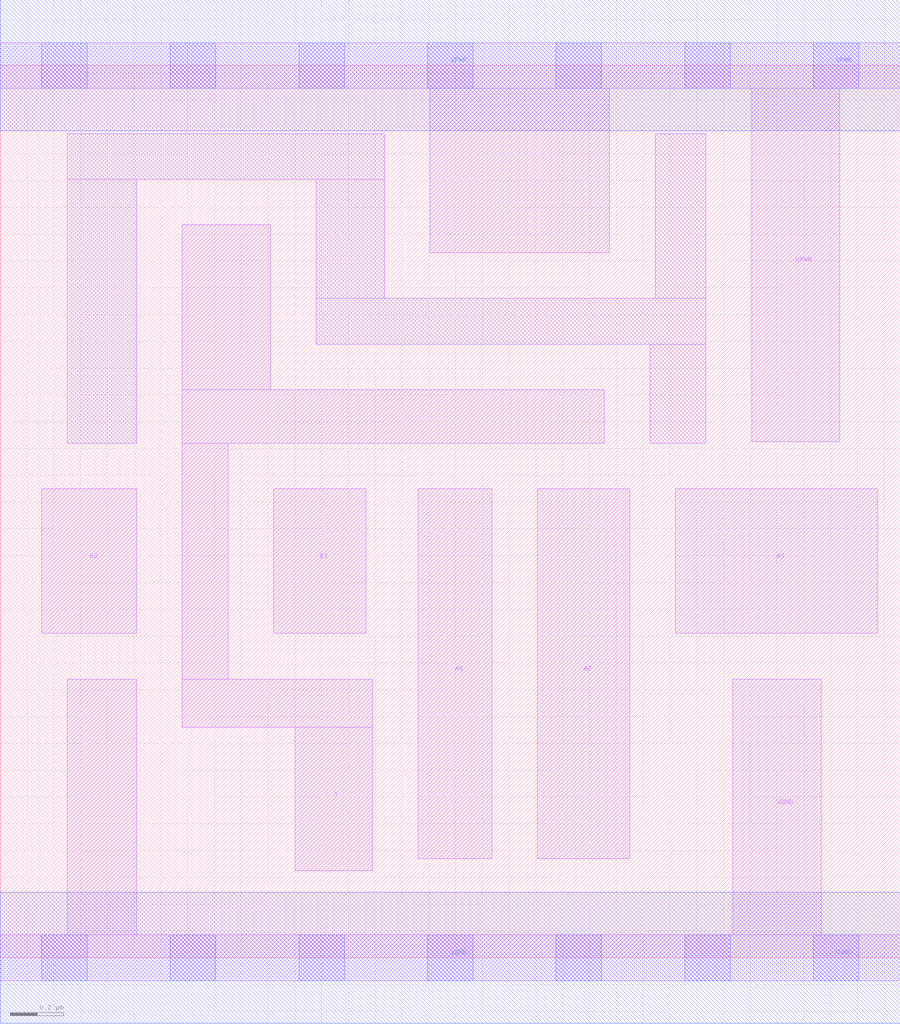
<source format=lef>
# Copyright 2020 The SkyWater PDK Authors
#
# Licensed under the Apache License, Version 2.0 (the "License");
# you may not use this file except in compliance with the License.
# You may obtain a copy of the License at
#
#     https://www.apache.org/licenses/LICENSE-2.0
#
# Unless required by applicable law or agreed to in writing, software
# distributed under the License is distributed on an "AS IS" BASIS,
# WITHOUT WARRANTIES OR CONDITIONS OF ANY KIND, either express or implied.
# See the License for the specific language governing permissions and
# limitations under the License.
#
# SPDX-License-Identifier: Apache-2.0

VERSION 5.7 ;
  NAMESCASESENSITIVE ON ;
  NOWIREEXTENSIONATPIN ON ;
  DIVIDERCHAR "/" ;
  BUSBITCHARS "[]" ;
UNITS
  DATABASE MICRONS 200 ;
END UNITS
MACRO sky130_fd_sc_lp__a32oi_1
  CLASS CORE ;
  SOURCE USER ;
  FOREIGN sky130_fd_sc_lp__a32oi_1 ;
  ORIGIN  0.000000  0.000000 ;
  SIZE  3.360000 BY  3.330000 ;
  SYMMETRY X Y R90 ;
  SITE unit ;
  PIN A1
    ANTENNAGATEAREA  0.315000 ;
    DIRECTION INPUT ;
    USE SIGNAL ;
    PORT
      LAYER li1 ;
        RECT 1.560000 0.370000 1.835000 1.750000 ;
    END
  END A1
  PIN A2
    ANTENNAGATEAREA  0.315000 ;
    DIRECTION INPUT ;
    USE SIGNAL ;
    PORT
      LAYER li1 ;
        RECT 2.005000 0.370000 2.350000 1.750000 ;
    END
  END A2
  PIN A3
    ANTENNAGATEAREA  0.315000 ;
    DIRECTION INPUT ;
    USE SIGNAL ;
    PORT
      LAYER li1 ;
        RECT 2.520000 1.210000 3.275000 1.750000 ;
    END
  END A3
  PIN B1
    ANTENNAGATEAREA  0.315000 ;
    DIRECTION INPUT ;
    USE SIGNAL ;
    PORT
      LAYER li1 ;
        RECT 1.020000 1.210000 1.365000 1.750000 ;
    END
  END B1
  PIN B2
    ANTENNAGATEAREA  0.315000 ;
    DIRECTION INPUT ;
    USE SIGNAL ;
    PORT
      LAYER li1 ;
        RECT 0.155000 1.210000 0.510000 1.750000 ;
    END
  END B2
  PIN Y
    ANTENNADIFFAREA  0.688800 ;
    DIRECTION OUTPUT ;
    USE SIGNAL ;
    PORT
      LAYER li1 ;
        RECT 0.680000 0.860000 1.390000 1.040000 ;
        RECT 0.680000 1.040000 0.850000 1.920000 ;
        RECT 0.680000 1.920000 2.255000 2.120000 ;
        RECT 0.680000 2.120000 1.010000 2.735000 ;
        RECT 1.100000 0.325000 1.390000 0.860000 ;
    END
  END Y
  PIN VGND
    DIRECTION INOUT ;
    USE GROUND ;
    PORT
      LAYER li1 ;
        RECT 0.000000 -0.085000 3.360000 0.085000 ;
        RECT 0.250000  0.085000 0.510000 1.040000 ;
        RECT 2.735000  0.085000 3.065000 1.040000 ;
      LAYER mcon ;
        RECT 0.155000 -0.085000 0.325000 0.085000 ;
        RECT 0.635000 -0.085000 0.805000 0.085000 ;
        RECT 1.115000 -0.085000 1.285000 0.085000 ;
        RECT 1.595000 -0.085000 1.765000 0.085000 ;
        RECT 2.075000 -0.085000 2.245000 0.085000 ;
        RECT 2.555000 -0.085000 2.725000 0.085000 ;
        RECT 3.035000 -0.085000 3.205000 0.085000 ;
      LAYER met1 ;
        RECT 0.000000 -0.245000 3.360000 0.245000 ;
    END
  END VGND
  PIN VPWR
    DIRECTION INOUT ;
    USE POWER ;
    PORT
      LAYER li1 ;
        RECT 0.000000 3.245000 3.360000 3.415000 ;
        RECT 1.605000 2.630000 2.275000 3.245000 ;
        RECT 2.805000 1.925000 3.135000 3.245000 ;
      LAYER mcon ;
        RECT 0.155000 3.245000 0.325000 3.415000 ;
        RECT 0.635000 3.245000 0.805000 3.415000 ;
        RECT 1.115000 3.245000 1.285000 3.415000 ;
        RECT 1.595000 3.245000 1.765000 3.415000 ;
        RECT 2.075000 3.245000 2.245000 3.415000 ;
        RECT 2.555000 3.245000 2.725000 3.415000 ;
        RECT 3.035000 3.245000 3.205000 3.415000 ;
      LAYER met1 ;
        RECT 0.000000 3.085000 3.360000 3.575000 ;
    END
  END VPWR
  OBS
    LAYER li1 ;
      RECT 0.250000 1.920000 0.510000 2.905000 ;
      RECT 0.250000 2.905000 1.435000 3.075000 ;
      RECT 1.180000 2.290000 2.635000 2.460000 ;
      RECT 1.180000 2.460000 1.435000 2.905000 ;
      RECT 2.425000 1.920000 2.635000 2.290000 ;
      RECT 2.445000 2.460000 2.635000 3.075000 ;
  END
END sky130_fd_sc_lp__a32oi_1

</source>
